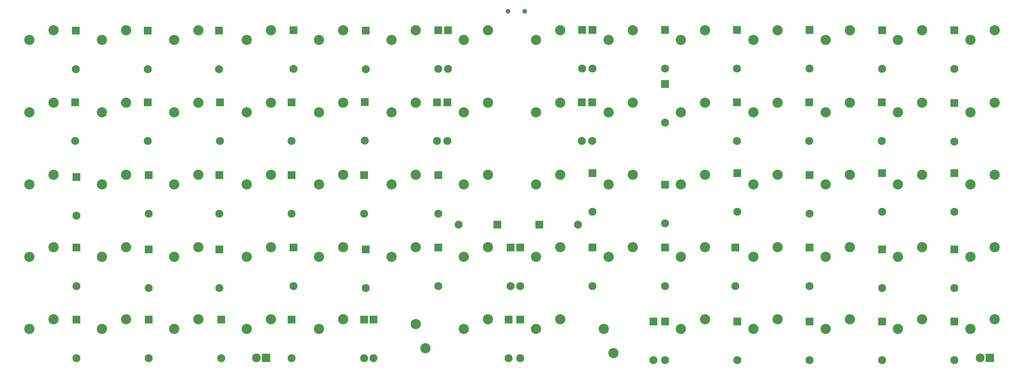
<source format=gbr>
G04 #@! TF.FileFunction,Soldermask,Top*
%FSLAX46Y46*%
G04 Gerber Fmt 4.6, Leading zero omitted, Abs format (unit mm)*
G04 Created by KiCad (PCBNEW 4.0.1-stable) date 4/18/2016 2:02:23 AM*
%MOMM*%
G01*
G04 APERTURE LIST*
%ADD10C,0.100000*%
%ADD11C,2.686000*%
%ADD12C,2.099260*%
%ADD13R,2.099260X2.099260*%
%ADD14C,2.305000*%
%ADD15R,2.305000X2.305000*%
%ADD16C,1.299160*%
G04 APERTURE END LIST*
D10*
D11*
X214540000Y-54920000D03*
X208190000Y-57460000D03*
D12*
X165997460Y-84160520D03*
D13*
X165997460Y-74000520D03*
D12*
X146997460Y-84160520D03*
D13*
X146997460Y-74000520D03*
D12*
X144497460Y-84160520D03*
D13*
X144497460Y-74000520D03*
D12*
X125497460Y-84160520D03*
D13*
X125497460Y-74000520D03*
D12*
X106497460Y-84660520D03*
D13*
X106497460Y-74500520D03*
D12*
X87497460Y-84160520D03*
D13*
X87497460Y-74000520D03*
D12*
X67997460Y-84660520D03*
D13*
X67997460Y-74500520D03*
D12*
X49497460Y-84660520D03*
D13*
X49497460Y-74500520D03*
D12*
X30497460Y-84160520D03*
D13*
X30497460Y-74000520D03*
D12*
X30497460Y-103160520D03*
D13*
X30497460Y-93000520D03*
D12*
X49497460Y-103160520D03*
D13*
X49497460Y-93000520D03*
D12*
X68497460Y-103160520D03*
D13*
X68497460Y-93000520D03*
D12*
X86997460Y-103160520D03*
D13*
X86997460Y-93000520D03*
D12*
X105997460Y-103160520D03*
D13*
X105997460Y-93000520D03*
D12*
X108497460Y-103160520D03*
D13*
X108497460Y-93000520D03*
D12*
X143997460Y-103160520D03*
D13*
X143997460Y-93000520D03*
D12*
X146997460Y-103160520D03*
D13*
X146997460Y-93000520D03*
D12*
X181997460Y-103660520D03*
D13*
X181997460Y-93500520D03*
D12*
X184997460Y-103660520D03*
D13*
X184997460Y-93500520D03*
D12*
X184997460Y-84160520D03*
D13*
X184997460Y-74000520D03*
D12*
X222997460Y-84160520D03*
D13*
X222997460Y-74000520D03*
D12*
X203497460Y-84160520D03*
D13*
X203497460Y-74000520D03*
D12*
X203997460Y-103660520D03*
D13*
X203997460Y-93500520D03*
D12*
X222997460Y-103660520D03*
D13*
X222997460Y-93500520D03*
D12*
X260997460Y-103660520D03*
D13*
X260997460Y-93500520D03*
D12*
X241997460Y-103660520D03*
D13*
X241997460Y-93500520D03*
D12*
X241997460Y-84660520D03*
D13*
X241997460Y-74500520D03*
D12*
X260997460Y-84660520D03*
D13*
X260997460Y-74500520D03*
D12*
X260997460Y-64660520D03*
D13*
X260997460Y-54500520D03*
D12*
X241997460Y-64660520D03*
D13*
X241997460Y-54500520D03*
D12*
X222997460Y-65160520D03*
D13*
X222997460Y-55000520D03*
D12*
X203997460Y-64660520D03*
D13*
X203997460Y-54500520D03*
D12*
X184997460Y-67660520D03*
D13*
X184997460Y-57500520D03*
D12*
X165997460Y-64660520D03*
D13*
X165997460Y-54500520D03*
D12*
X162160520Y-68002540D03*
D13*
X152000520Y-68002540D03*
D12*
X130839480Y-67997460D03*
D13*
X140999480Y-67997460D03*
D12*
X125497460Y-65160520D03*
D13*
X125497460Y-55000520D03*
D12*
X105997460Y-65160520D03*
D13*
X105997460Y-55000520D03*
D12*
X86997460Y-65160520D03*
D13*
X86997460Y-55000520D03*
D12*
X67997460Y-65160520D03*
D13*
X67997460Y-55000520D03*
D12*
X49497460Y-65160520D03*
D13*
X49497460Y-55000520D03*
D12*
X30497460Y-65660520D03*
D13*
X30497460Y-55500520D03*
D12*
X30172460Y-46035520D03*
D13*
X30172460Y-35875520D03*
D12*
X49222460Y-46035520D03*
D13*
X49222460Y-35875520D03*
D12*
X68222460Y-46035520D03*
D13*
X68222460Y-35875520D03*
D12*
X86997460Y-45985520D03*
D13*
X86997460Y-35825520D03*
D12*
X106222460Y-45935520D03*
D13*
X106222460Y-35775520D03*
D12*
X125172460Y-45985520D03*
D13*
X125172460Y-35825520D03*
D12*
X127897460Y-45985520D03*
D13*
X127897460Y-35825520D03*
D12*
X163222460Y-45985520D03*
D13*
X163222460Y-35825520D03*
D12*
X165897460Y-46035520D03*
D13*
X165897460Y-35875520D03*
D12*
X184997460Y-41160520D03*
D13*
X184997460Y-31000520D03*
D12*
X203897460Y-45985520D03*
D13*
X203897460Y-35825520D03*
D12*
X222897460Y-46035520D03*
D13*
X222897460Y-35875520D03*
D12*
X241897460Y-46035520D03*
D13*
X241897460Y-35875520D03*
D12*
X260997460Y-46210520D03*
D13*
X260997460Y-36050520D03*
D12*
X260972460Y-27010520D03*
D13*
X260972460Y-16850520D03*
D12*
X241997460Y-27010520D03*
D13*
X241997460Y-16850520D03*
D12*
X222997460Y-26935520D03*
D13*
X222997460Y-16775520D03*
D12*
X203872460Y-26935520D03*
D13*
X203872460Y-16775520D03*
D12*
X185022460Y-26960520D03*
D13*
X185022460Y-16800520D03*
D12*
X165997460Y-26935520D03*
D13*
X165997460Y-16775520D03*
D12*
X163247460Y-26935520D03*
D13*
X163247460Y-16775520D03*
D12*
X128022460Y-27060520D03*
D13*
X128022460Y-16900520D03*
D12*
X125472460Y-27035520D03*
D13*
X125472460Y-16875520D03*
D12*
X106497460Y-27085520D03*
D13*
X106497460Y-16925520D03*
D12*
X87497460Y-27035520D03*
D13*
X87497460Y-16875520D03*
D12*
X67972460Y-27085520D03*
D13*
X67972460Y-16925520D03*
D12*
X49247460Y-27085520D03*
D13*
X49247460Y-16925520D03*
D14*
X267730000Y-103080000D03*
D15*
X270270000Y-103080000D03*
D11*
X233540000Y-35920000D03*
X227190000Y-38460000D03*
X271540000Y-54920000D03*
X265190000Y-57460000D03*
X271540000Y-16920000D03*
X265190000Y-19460000D03*
X271540000Y-73920000D03*
X265190000Y-76460000D03*
X271540000Y-92920000D03*
X265190000Y-95460000D03*
X271540000Y-35920000D03*
X265190000Y-38460000D03*
X233540000Y-54920000D03*
X227190000Y-57460000D03*
X233540000Y-73920000D03*
X227190000Y-76460000D03*
X233540000Y-92920000D03*
X227190000Y-95460000D03*
X252540000Y-35920000D03*
X246190000Y-38460000D03*
X252540000Y-92920000D03*
X246190000Y-95460000D03*
X252540000Y-73920000D03*
X246190000Y-76460000D03*
X252540000Y-16920000D03*
X246190000Y-19460000D03*
X252540000Y-54920000D03*
X246190000Y-57460000D03*
X233540000Y-16920000D03*
X227190000Y-19460000D03*
X119540000Y-54920000D03*
X113190000Y-57460000D03*
X119540000Y-16920000D03*
X113190000Y-19460000D03*
X119540000Y-73920000D03*
X113190000Y-76460000D03*
X122080000Y-100540000D03*
X119540000Y-94190000D03*
X119540000Y-35920000D03*
X113190000Y-38460000D03*
X138540000Y-35920000D03*
X132190000Y-38460000D03*
X138540000Y-92920000D03*
X132190000Y-95460000D03*
X138540000Y-73920000D03*
X132190000Y-76460000D03*
X157540000Y-16920000D03*
X151190000Y-19460000D03*
X138540000Y-16920000D03*
X132190000Y-19460000D03*
X157540000Y-35920000D03*
X151190000Y-38460000D03*
X138540000Y-54920000D03*
X132190000Y-57460000D03*
X176540000Y-35920000D03*
X170190000Y-38460000D03*
X176540000Y-16920000D03*
X170190000Y-19460000D03*
X195540000Y-35920000D03*
X189190000Y-38460000D03*
X195540000Y-16920000D03*
X189190000Y-19460000D03*
X214540000Y-16920000D03*
X208190000Y-19460000D03*
X214540000Y-73920000D03*
X208190000Y-76460000D03*
X214540000Y-92920000D03*
X208190000Y-95460000D03*
X214540000Y-35920000D03*
X208190000Y-38460000D03*
X157540000Y-54920000D03*
X151190000Y-57460000D03*
X157540000Y-73920000D03*
X151190000Y-76460000D03*
X157540000Y-92920000D03*
X151190000Y-95460000D03*
X195540000Y-92920000D03*
X189190000Y-95460000D03*
X195540000Y-73920000D03*
X189190000Y-76460000D03*
X195540000Y-54920000D03*
X189190000Y-57460000D03*
X176540000Y-54920000D03*
X170190000Y-57460000D03*
X176540000Y-73920000D03*
X170190000Y-76460000D03*
X168920000Y-95460000D03*
X171460000Y-101810000D03*
X62540000Y-92920000D03*
X56190000Y-95460000D03*
X62540000Y-73920000D03*
X56190000Y-76460000D03*
X62540000Y-54920000D03*
X56190000Y-57460000D03*
X81540000Y-54920000D03*
X75190000Y-57460000D03*
X81540000Y-73920000D03*
X75190000Y-76460000D03*
X81540000Y-92920000D03*
X75190000Y-95460000D03*
X43540000Y-92920000D03*
X37190000Y-95460000D03*
X43540000Y-73920000D03*
X37190000Y-76460000D03*
X43540000Y-54920000D03*
X37190000Y-57460000D03*
X100540000Y-35920000D03*
X94190000Y-38460000D03*
X100540000Y-92920000D03*
X94190000Y-95460000D03*
X100540000Y-73920000D03*
X94190000Y-76460000D03*
X100540000Y-16920000D03*
X94190000Y-19460000D03*
X100540000Y-54920000D03*
X94190000Y-57460000D03*
X81540000Y-16920000D03*
X75190000Y-19460000D03*
X81540000Y-35920000D03*
X75190000Y-38460000D03*
X62540000Y-16920000D03*
X56190000Y-19460000D03*
X62540000Y-35920000D03*
X56190000Y-38460000D03*
X24540000Y-54920000D03*
X18190000Y-57460000D03*
X43540000Y-35920000D03*
X37190000Y-38460000D03*
X24540000Y-16920000D03*
X18190000Y-19460000D03*
X43540000Y-16920000D03*
X37190000Y-19460000D03*
X24540000Y-73920000D03*
X18190000Y-76460000D03*
X24540000Y-92920000D03*
X18190000Y-95460000D03*
X24540000Y-35920000D03*
X18190000Y-38460000D03*
D14*
X77730000Y-103080000D03*
D15*
X80270000Y-103080000D03*
D16*
X143800360Y-11850900D03*
X148199640Y-11850900D03*
D12*
X30322460Y-27085520D03*
D13*
X30322460Y-16925520D03*
M02*

</source>
